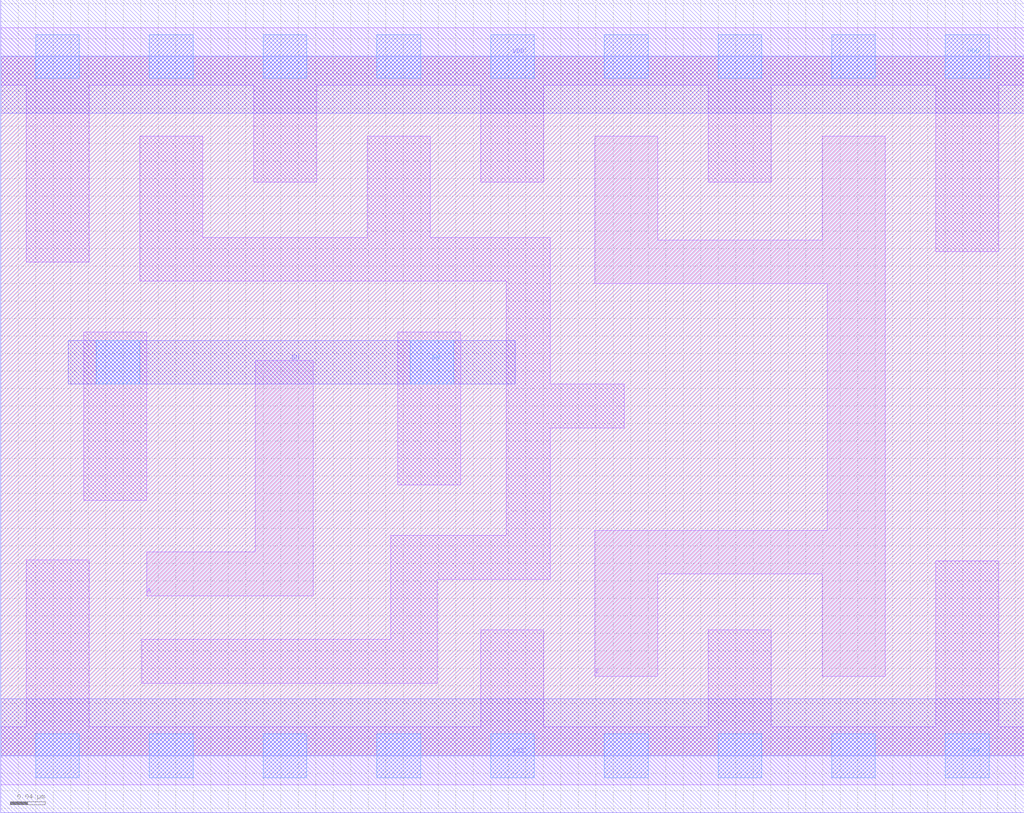
<source format=lef>
# 
# ******************************************************************************
# *                                                                            *
# *                   Copyright (C) 2004-2016, Nangate Inc.                    *
# *                           All rights reserved.                             *
# *                                                                            *
# * Nangate and the Nangate logo are trademarks of Nangate Inc.                *
# *                                                                            *
# * All trademarks, logos, software marks, and trade names (collectively the   *
# * "Marks") in this program are proprietary to Nangate or other respective    *
# * owners that have granted Nangate the right and license to use such Marks.  *
# * You are not permitted to use the Marks without the prior written consent   *
# * of Nangate or such third party that may own the Marks.                     *
# *                                                                            *
# * This file has been provided pursuant to a License Agreement containing     *
# * restrictions on its use. This file contains valuable trade secrets and     *
# * proprietary information of Nangate Inc., and is protected by U.S. and      *
# * international laws and/or treaties.                                        *
# *                                                                            *
# * The copyright notice(s) in this file does not indicate actual or intended  *
# * publication of this file.                                                  *
# *                                                                            *
# *       NGLibraryCreator, Development_version_64 - build 201509171155        *
# *                                                                            *
# ******************************************************************************
# 
# 
# Running on usdev01.nangate.us for user Guilherme Simoes Schlinker (gss).
# Local time is now Wed, 10 Feb 2016, 14:28:25.
# Main process id is 27110.

VERSION 5.6 ;
BUSBITCHARS "[]" ;
DIVIDERCHAR "/" ;

MACRO ISO_FENCE0N_X1_RVT_30
  CLASS core ;
  FOREIGN ISO_FENCE0N_X1_RVT_30 0.0 0.0 ;
  ORIGIN 0 0 ;
  SYMMETRY X Y ;
  SITE CellTemplate ;
  SIZE 0.52 BY 0.8 ;
  PIN A
    DIRECTION INPUT ;
    ANTENNAGATEAREA 0.00774 ;
    PORT
      LAYER M1 ;
        POLYGON 0.083 0.321 0.155 0.321 0.155 0.49 0.083 0.49  ;
    END
  END A
  PIN EN
    DIRECTION INPUT ;
    ANTENNAGATEAREA 0.00774 ;
    PORT
      LAYER M1 ;
        POLYGON 0.207 0.323 0.273 0.323 0.273 0.49 0.207 0.49  ;
    END
  END EN
  PIN Z
    DIRECTION OUTPUT ;
    ANTENNADIFFAREA 0.040248 ;
    PORT
      LAYER M1 ;
        POLYGON 0.411 0.634 0.43 0.634 0.43 0.489 0.445 0.489 0.445 0.312 0.43 0.312 0.43 0.154 0.419 0.154 0.419 0.091 0.495 0.091 0.495 0.709 0.411 0.709  ;
    END
  END Z
  PIN VDD
    DIRECTION INOUT ;
    USE power ;
    SHAPE ABUTMENT ;
    PORT
      LAYER M2 ;
        POLYGON 0 0.735 0.52 0.735 0.52 0.865 0 0.865  ;
      LAYER V1 ;
        POLYGON 0.04 0.775 0.09 0.775 0.09 0.825 0.04 0.825  ;
        POLYGON 0.17 0.775 0.22 0.775 0.22 0.825 0.17 0.825  ;
        POLYGON 0.3 0.775 0.35 0.775 0.35 0.825 0.3 0.825  ;
        POLYGON 0.43 0.775 0.48 0.775 0.48 0.825 0.43 0.825  ;
    END
  END VDD
  PIN VSS
    DIRECTION INOUT ;
    USE ground ;
    SHAPE ABUTMENT ;
    PORT
      LAYER M2 ;
        POLYGON 0 -0.065 0.52 -0.065 0.52 0.065 0 0.065  ;
      LAYER V1 ;
        POLYGON 0.04 -0.025 0.09 -0.025 0.09 0.025 0.04 0.025  ;
        POLYGON 0.17 -0.025 0.22 -0.025 0.22 0.025 0.17 0.025  ;
        POLYGON 0.3 -0.025 0.35 -0.025 0.35 0.025 0.3 0.025  ;
        POLYGON 0.43 -0.025 0.48 -0.025 0.48 0.025 0.43 0.025  ;
    END
  END VSS
  OBS
      LAYER RVT ;
        POLYGON 0 0 0.52 0 0.52 0.8 0 0.8 ;
      LAYER M1 ;
        POLYGON 0.159 0.548 0.323 0.548 0.323 0.263 0.04 0.263 0.04 0.091 0.115 0.091 0.115 0.199 0.373 0.199 0.373 0.348 0.395 0.348 0.395 0.452 0.373 0.452 0.373 0.598 0.231 0.598 0.231 0.709 0.159 0.709  ;
        POLYGON 0 -0.033 0.52 -0.033 0.52 0.033 0.361 0.033 0.361 0.126 0.289 0.126 0.289 0.033 0 0.033  ;
        POLYGON 0 0.767 0.029 0.767 0.029 0.578 0.101 0.578 0.101 0.767 0.289 0.767 0.289 0.656 0.361 0.656 0.361 0.767 0.52 0.767 0.52 0.833 0 0.833  ;
  END
END ISO_FENCE0N_X1_RVT_30

MACRO ISO_FENCE0N_X2_RVT_30
  CLASS core ;
  FOREIGN ISO_FENCE0N_X2_RVT_30 0.0 0.0 ;
  ORIGIN 0 0 ;
  SYMMETRY X Y ;
  SITE CellTemplate ;
  SIZE 0.65 BY 0.8 ;
  PIN A
    DIRECTION INPUT ;
    ANTENNAGATEAREA 0.01548 ;
    PORT
      LAYER M1 ;
        POLYGON 0.083 0.321 0.155 0.321 0.155 0.483 0.083 0.483  ;
    END
  END A
  PIN EN
    DIRECTION INPUT ;
    ANTENNAGATEAREA 0.01548 ;
    PORT
      LAYER M1 ;
        POLYGON 0.207 0.321 0.273 0.321 0.273 0.483 0.207 0.483  ;
    END
  END EN
  PIN Z
    DIRECTION OUTPUT ;
    ANTENNADIFFAREA 0.0516 ;
    PORT
      LAYER M1 ;
        POLYGON 0.423 0.475 0.556 0.475 0.556 0.269 0.423 0.269 0.423 0.091 0.489 0.091 0.489 0.219 0.606 0.219 0.606 0.525 0.489 0.525 0.489 0.709 0.423 0.709  ;
    END
  END Z
  PIN VDD
    DIRECTION INOUT ;
    USE power ;
    SHAPE ABUTMENT ;
    PORT
      LAYER M2 ;
        POLYGON 0 0.735 0.65 0.735 0.65 0.865 0 0.865  ;
      LAYER V1 ;
        POLYGON 0.04 0.775 0.09 0.775 0.09 0.825 0.04 0.825  ;
        POLYGON 0.17 0.775 0.22 0.775 0.22 0.825 0.17 0.825  ;
        POLYGON 0.3 0.775 0.35 0.775 0.35 0.825 0.3 0.825  ;
        POLYGON 0.43 0.775 0.48 0.775 0.48 0.825 0.43 0.825  ;
        POLYGON 0.56 0.775 0.61 0.775 0.61 0.825 0.56 0.825  ;
    END
  END VDD
  PIN VSS
    DIRECTION INOUT ;
    USE ground ;
    SHAPE ABUTMENT ;
    PORT
      LAYER M2 ;
        POLYGON 0 -0.065 0.65 -0.065 0.65 0.065 0 0.065  ;
      LAYER V1 ;
        POLYGON 0.04 -0.025 0.09 -0.025 0.09 0.025 0.04 0.025  ;
        POLYGON 0.17 -0.025 0.22 -0.025 0.22 0.025 0.17 0.025  ;
        POLYGON 0.3 -0.025 0.35 -0.025 0.35 0.025 0.3 0.025  ;
        POLYGON 0.43 -0.025 0.48 -0.025 0.48 0.025 0.43 0.025  ;
        POLYGON 0.56 -0.025 0.61 -0.025 0.61 0.025 0.56 0.025  ;
    END
  END VSS
  OBS
      LAYER RVT ;
        POLYGON 0 0 0.65 0 0.65 0.8 0 0.8 ;
      LAYER M1 ;
        POLYGON 0.159 0.541 0.323 0.541 0.323 0.263 0.04 0.263 0.04 0.091 0.115 0.091 0.115 0.202 0.373 0.202 0.373 0.375 0.458 0.375 0.458 0.425 0.373 0.425 0.373 0.592 0.231 0.592 0.231 0.709 0.159 0.709  ;
        POLYGON 0 -0.033 0.65 -0.033 0.65 0.033 0.621 0.033 0.621 0.161 0.549 0.161 0.549 0.033 0.361 0.033 0.361 0.127 0.289 0.127 0.289 0.033 0 0.033  ;
        POLYGON 0 0.767 0.029 0.767 0.029 0.545 0.101 0.545 0.101 0.767 0.289 0.767 0.289 0.656 0.361 0.656 0.361 0.767 0.549 0.767 0.549 0.639 0.621 0.639 0.621 0.767 0.65 0.767 0.65 0.833 0 0.833  ;
  END
END ISO_FENCE0N_X2_RVT_30

MACRO ISO_FENCE0N_X4_RVT_30
  CLASS core ;
  FOREIGN ISO_FENCE0N_X4_RVT_30 0.0 0.0 ;
  ORIGIN 0 0 ;
  SYMMETRY X Y ;
  SITE CellTemplate ;
  SIZE 1.17 BY 0.8 ;
  PIN A
    DIRECTION INPUT ;
    ANTENNAGATEAREA 0.03096 ;
    PORT
      LAYER M1 ;
        POLYGON 0.167 0.183 0.357 0.183 0.357 0.452 0.291 0.452 0.291 0.233 0.167 0.233  ;
    END
  END A
  PIN EN
    DIRECTION INPUT ;
    ANTENNAGATEAREA 0.03096 ;
    PORT
      LAYER M2 ;
        POLYGON 0.077 0.425 0.588 0.425 0.588 0.475 0.077 0.475  ;
      LAYER V1 ;
        POLYGON 0.109 0.425 0.159 0.425 0.159 0.475 0.109 0.475  ;
        POLYGON 0.468 0.425 0.518 0.425 0.518 0.475 0.468 0.475  ;
    END
  END EN
  PIN Z
    DIRECTION OUTPUT ;
    ANTENNADIFFAREA 0.1032 ;
    PORT
      LAYER M1 ;
        POLYGON 0.679 0.54 0.945 0.54 0.945 0.258 0.679 0.258 0.679 0.091 0.751 0.091 0.751 0.208 0.939 0.208 0.939 0.091 1.011 0.091 1.011 0.709 0.939 0.709 0.939 0.59 0.751 0.59 0.751 0.709 0.679 0.709  ;
    END
  END Z
  PIN VDD
    DIRECTION INOUT ;
    USE power ;
    SHAPE ABUTMENT ;
    PORT
      LAYER M2 ;
        POLYGON 0 0.735 1.17 0.735 1.17 0.865 0 0.865  ;
      LAYER V1 ;
        POLYGON 0.04 0.775 0.09 0.775 0.09 0.825 0.04 0.825  ;
        POLYGON 0.17 0.775 0.22 0.775 0.22 0.825 0.17 0.825  ;
        POLYGON 0.3 0.775 0.35 0.775 0.35 0.825 0.3 0.825  ;
        POLYGON 0.43 0.775 0.48 0.775 0.48 0.825 0.43 0.825  ;
        POLYGON 0.56 0.775 0.61 0.775 0.61 0.825 0.56 0.825  ;
        POLYGON 0.69 0.775 0.74 0.775 0.74 0.825 0.69 0.825  ;
        POLYGON 0.82 0.775 0.87 0.775 0.87 0.825 0.82 0.825  ;
        POLYGON 0.95 0.775 1 0.775 1 0.825 0.95 0.825  ;
        POLYGON 1.08 0.775 1.13 0.775 1.13 0.825 1.08 0.825  ;
    END
  END VDD
  PIN VSS
    DIRECTION INOUT ;
    USE ground ;
    SHAPE ABUTMENT ;
    PORT
      LAYER M2 ;
        POLYGON 0 -0.065 1.17 -0.065 1.17 0.065 0 0.065  ;
      LAYER V1 ;
        POLYGON 0.04 -0.025 0.09 -0.025 0.09 0.025 0.04 0.025  ;
        POLYGON 0.17 -0.025 0.22 -0.025 0.22 0.025 0.17 0.025  ;
        POLYGON 0.3 -0.025 0.35 -0.025 0.35 0.025 0.3 0.025  ;
        POLYGON 0.43 -0.025 0.48 -0.025 0.48 0.025 0.43 0.025  ;
        POLYGON 0.56 -0.025 0.61 -0.025 0.61 0.025 0.56 0.025  ;
        POLYGON 0.69 -0.025 0.74 -0.025 0.74 0.025 0.69 0.025  ;
        POLYGON 0.82 -0.025 0.87 -0.025 0.87 0.025 0.82 0.025  ;
        POLYGON 0.95 -0.025 1 -0.025 1 0.025 0.95 0.025  ;
        POLYGON 1.08 -0.025 1.13 -0.025 1.13 0.025 1.08 0.025  ;
    END
  END VSS
  OBS
      LAYER RVT ;
        POLYGON 0 0 1.17 0 1.17 0.8 0 0.8 ;
      LAYER M1 ;
        POLYGON 0.159 0.543 0.578 0.543 0.578 0.252 0.446 0.252 0.446 0.133 0.161 0.133 0.161 0.083 0.499 0.083 0.499 0.202 0.628 0.202 0.628 0.375 0.713 0.375 0.713 0.425 0.628 0.425 0.628 0.593 0.491 0.593 0.491 0.709 0.419 0.709 0.419 0.593 0.231 0.593 0.231 0.709 0.159 0.709  ;
        POLYGON 0.095 0.292 0.167 0.292 0.167 0.485 0.095 0.485  ;
        POLYGON 0.454 0.31 0.526 0.31 0.526 0.485 0.454 0.485  ;
        POLYGON 0 -0.033 1.17 -0.033 1.17 0.033 1.141 0.033 1.141 0.223 1.069 0.223 1.069 0.033 0.881 0.033 0.881 0.144 0.809 0.144 0.809 0.033 0.621 0.033 0.621 0.144 0.549 0.144 0.549 0.033 0.101 0.033 0.101 0.224 0.029 0.224 0.029 0.033 0 0.033  ;
        POLYGON 0 0.767 0.029 0.767 0.029 0.565 0.101 0.565 0.101 0.767 0.289 0.767 0.289 0.656 0.361 0.656 0.361 0.767 0.549 0.767 0.549 0.656 0.621 0.656 0.621 0.767 0.809 0.767 0.809 0.656 0.881 0.656 0.881 0.767 1.069 0.767 1.069 0.577 1.141 0.577 1.141 0.767 1.17 0.767 1.17 0.833 0 0.833  ;
  END
END ISO_FENCE0N_X4_RVT_30

MACRO ISO_FENCE0_X1_RVT_30
  CLASS core ;
  FOREIGN ISO_FENCE0_X1_RVT_30 0.0 0.0 ;
  ORIGIN 0 0 ;
  SYMMETRY X ;
  SITE CellTemplate ;
  SIZE 0.39 BY 0.8 ;
  PIN A
    DIRECTION INPUT ;
    ANTENNAGATEAREA 0.01392 ;
    PORT
      LAYER M1 ;
        POLYGON 0.184 0.348 0.265 0.348 0.265 0.452 0.25 0.452 0.25 0.587 0.184 0.587  ;
    END
  END A
  PIN EN
    DIRECTION INPUT ;
    ANTENNAGATEAREA 0.01392 ;
    PORT
      LAYER M1 ;
        POLYGON 0.059 0.348 0.134 0.348 0.134 0.452 0.125 0.452 0.125 0.584 0.059 0.584  ;
    END
  END EN
  PIN Z
    DIRECTION OUTPUT ;
    ANTENNADIFFAREA 0.040724 ;
    PORT
      LAYER M1 ;
        POLYGON 0.26 0.651 0.3 0.651 0.3 0.488 0.315 0.488 0.315 0.258 0.159 0.258 0.159 0.091 0.231 0.091 0.231 0.208 0.365 0.208 0.365 0.717 0.26 0.717  ;
    END
  END Z
  PIN VDD
    DIRECTION INOUT ;
    USE power ;
    SHAPE ABUTMENT ;
    PORT
      LAYER M2 ;
        POLYGON 0 0.735 0.39 0.735 0.39 0.865 0 0.865  ;
      LAYER V1 ;
        POLYGON 0.04 0.775 0.09 0.775 0.09 0.825 0.04 0.825  ;
        POLYGON 0.17 0.775 0.22 0.775 0.22 0.825 0.17 0.825  ;
        POLYGON 0.3 0.775 0.35 0.775 0.35 0.825 0.3 0.825  ;
    END
  END VDD
  PIN VSS
    DIRECTION INOUT ;
    USE ground ;
    SHAPE ABUTMENT ;
    PORT
      LAYER M2 ;
        POLYGON 0 -0.065 0.39 -0.065 0.39 0.065 0 0.065  ;
      LAYER V1 ;
        POLYGON 0.04 -0.025 0.09 -0.025 0.09 0.025 0.04 0.025  ;
        POLYGON 0.17 -0.025 0.22 -0.025 0.22 0.025 0.17 0.025  ;
        POLYGON 0.3 -0.025 0.35 -0.025 0.35 0.025 0.3 0.025  ;
    END
  END VSS
  OBS
      LAYER RVT ;
        POLYGON 0 0 0.39 0 0.39 0.8 0 0.8 ;
      LAYER M1 ;
        POLYGON 0 -0.033 0.39 -0.033 0.39 0.033 0.361 0.033 0.361 0.15 0.289 0.15 0.289 0.033 0.101 0.033 0.101 0.223 0.029 0.223 0.029 0.033 0 0.033  ;
        POLYGON 0 0.767 0.029 0.767 0.029 0.646 0.101 0.646 0.101 0.767 0.39 0.767 0.39 0.833 0 0.833  ;
  END
END ISO_FENCE0_X1_RVT_30

MACRO ISO_FENCE0_X2_RVT_30
  CLASS core ;
  FOREIGN ISO_FENCE0_X2_RVT_30 0.0 0.0 ;
  ORIGIN 0 0 ;
  SYMMETRY X Y ;
  SITE CellTemplate ;
  SIZE 0.65 BY 0.8 ;
  PIN A
    DIRECTION INPUT ;
    ANTENNAGATEAREA 0.02784 ;
    PORT
      LAYER M1 ;
        POLYGON 0.177 0.508 0.219 0.508 0.219 0.395 0.335 0.395 0.335 0.445 0.276 0.445 0.276 0.558 0.227 0.558 0.227 0.707 0.177 0.707  ;
    END
  END A
  PIN EN
    DIRECTION INPUT ;
    ANTENNAGATEAREA 0.02784 ;
    PORT
      LAYER M1 ;
        POLYGON 0.055 0.368 0.11 0.368 0.11 0.295 0.499 0.295 0.499 0.348 0.525 0.348 0.525 0.452 0.449 0.452 0.449 0.345 0.169 0.345 0.169 0.434 0.127 0.434 0.127 0.517 0.055 0.517  ;
    END
  END EN
  PIN Z
    DIRECTION OUTPUT ;
    ANTENNADIFFAREA 0.067 ;
    PORT
      LAYER M1 ;
        POLYGON 0.289 0.622 0.419 0.622 0.419 0.543 0.575 0.543 0.575 0.245 0.159 0.245 0.159 0.187 0.625 0.187 0.625 0.593 0.485 0.593 0.485 0.678 0.361 0.678 0.361 0.717 0.289 0.717  ;
    END
  END Z
  PIN VDD
    DIRECTION INOUT ;
    USE power ;
    SHAPE ABUTMENT ;
    PORT
      LAYER M2 ;
        POLYGON 0 0.735 0.65 0.735 0.65 0.865 0 0.865  ;
      LAYER V1 ;
        POLYGON 0.04 0.775 0.09 0.775 0.09 0.825 0.04 0.825  ;
        POLYGON 0.17 0.775 0.22 0.775 0.22 0.825 0.17 0.825  ;
        POLYGON 0.3 0.775 0.35 0.775 0.35 0.825 0.3 0.825  ;
        POLYGON 0.43 0.775 0.48 0.775 0.48 0.825 0.43 0.825  ;
        POLYGON 0.56 0.775 0.61 0.775 0.61 0.825 0.56 0.825  ;
    END
  END VDD
  PIN VSS
    DIRECTION INOUT ;
    USE ground ;
    SHAPE ABUTMENT ;
    PORT
      LAYER M2 ;
        POLYGON 0 -0.065 0.65 -0.065 0.65 0.065 0 0.065  ;
      LAYER V1 ;
        POLYGON 0.04 -0.025 0.09 -0.025 0.09 0.025 0.04 0.025  ;
        POLYGON 0.17 -0.025 0.22 -0.025 0.22 0.025 0.17 0.025  ;
        POLYGON 0.3 -0.025 0.35 -0.025 0.35 0.025 0.3 0.025  ;
        POLYGON 0.43 -0.025 0.48 -0.025 0.48 0.025 0.43 0.025  ;
        POLYGON 0.56 -0.025 0.61 -0.025 0.61 0.025 0.56 0.025  ;
    END
  END VSS
  OBS
      LAYER RVT ;
        POLYGON 0 0 0.65 0 0.65 0.8 0 0.8 ;
      LAYER M1 ;
        POLYGON 0.421 0.087 0.549 0.087 0.549 0.033 0.361 0.033 0.361 0.125 0.289 0.125 0.289 0.033 0.101 0.033 0.101 0.237 0.029 0.237 0.029 0.033 0 0.033 0 -0.033 0.65 -0.033 0.65 0.033 0.621 0.033 0.621 0.137 0.421 0.137  ;
        POLYGON 0 0.767 0.029 0.767 0.029 0.581 0.101 0.581 0.101 0.767 0.549 0.767 0.549 0.651 0.621 0.651 0.621 0.767 0.65 0.767 0.65 0.833 0 0.833  ;
  END
END ISO_FENCE0_X2_RVT_30

MACRO ISO_FENCE0_X4_RVT_30
  CLASS core ;
  FOREIGN ISO_FENCE0_X4_RVT_30 0.0 0.0 ;
  ORIGIN 0 0 ;
  SYMMETRY X Y ;
  SITE CellTemplate ;
  SIZE 1.17 BY 0.8 ;
  PIN A
    DIRECTION INPUT ;
    ANTENNAGATEAREA 0.05568 ;
    PORT
      LAYER M1 ;
        POLYGON 0.284 0.395 0.454 0.395 0.454 0.464 0.729 0.464 0.729 0.395 0.883 0.395 0.883 0.464 0.779 0.464 0.779 0.514 0.388 0.514 0.388 0.464 0.284 0.464  ;
    END
  END A
  PIN EN
    DIRECTION INPUT ;
    ANTENNAGATEAREA 0.05568 ;
    PORT
      LAYER M1 ;
        POLYGON 0.083 0.295 1.019 0.295 1.019 0.348 1.045 0.348 1.045 0.452 0.969 0.452 0.969 0.345 0.679 0.345 0.679 0.406 0.621 0.406 0.621 0.345 0.155 0.345 0.155 0.515 0.083 0.515  ;
    END
  END EN
  PIN Z
    DIRECTION OUTPUT ;
    ANTENNADIFFAREA 0.134 ;
    PORT
      LAYER M1 ;
        POLYGON 0.287 0.567 0.363 0.567 0.363 0.667 0.449 0.667 0.449 0.567 0.729 0.567 0.729 0.667 0.816 0.667 0.816 0.556 0.874 0.556 0.874 0.667 0.924 0.667 0.924 0.536 1.095 0.536 1.095 0.245 0.159 0.245 0.159 0.091 0.231 0.091 0.231 0.191 0.419 0.191 0.419 0.091 0.491 0.091 0.491 0.191 0.679 0.191 0.679 0.091 0.751 0.091 0.751 0.191 0.939 0.191 0.939 0.091 1.011 0.091 1.011 0.195 1.145 0.195 1.145 0.586 0.974 0.586 0.974 0.717 0.679 0.717 0.679 0.617 0.499 0.617 0.499 0.717 0.287 0.717  ;
    END
  END Z
  PIN VDD
    DIRECTION INOUT ;
    USE power ;
    SHAPE ABUTMENT ;
    PORT
      LAYER M2 ;
        POLYGON 0 0.735 1.17 0.735 1.17 0.865 0 0.865  ;
      LAYER V1 ;
        POLYGON 0.04 0.775 0.09 0.775 0.09 0.825 0.04 0.825  ;
        POLYGON 0.17 0.775 0.22 0.775 0.22 0.825 0.17 0.825  ;
        POLYGON 0.3 0.775 0.35 0.775 0.35 0.825 0.3 0.825  ;
        POLYGON 0.43 0.775 0.48 0.775 0.48 0.825 0.43 0.825  ;
        POLYGON 0.56 0.775 0.61 0.775 0.61 0.825 0.56 0.825  ;
        POLYGON 0.69 0.775 0.74 0.775 0.74 0.825 0.69 0.825  ;
        POLYGON 0.82 0.775 0.87 0.775 0.87 0.825 0.82 0.825  ;
        POLYGON 0.95 0.775 1 0.775 1 0.825 0.95 0.825  ;
        POLYGON 1.08 0.775 1.13 0.775 1.13 0.825 1.08 0.825  ;
    END
  END VDD
  PIN VSS
    DIRECTION INOUT ;
    USE ground ;
    SHAPE ABUTMENT ;
    PORT
      LAYER M2 ;
        POLYGON 0 -0.065 1.17 -0.065 1.17 0.065 0 0.065  ;
      LAYER V1 ;
        POLYGON 0.04 -0.025 0.09 -0.025 0.09 0.025 0.04 0.025  ;
        POLYGON 0.17 -0.025 0.22 -0.025 0.22 0.025 0.17 0.025  ;
        POLYGON 0.3 -0.025 0.35 -0.025 0.35 0.025 0.3 0.025  ;
        POLYGON 0.43 -0.025 0.48 -0.025 0.48 0.025 0.43 0.025  ;
        POLYGON 0.56 -0.025 0.61 -0.025 0.61 0.025 0.56 0.025  ;
        POLYGON 0.69 -0.025 0.74 -0.025 0.74 0.025 0.69 0.025  ;
        POLYGON 0.82 -0.025 0.87 -0.025 0.87 0.025 0.82 0.025  ;
        POLYGON 0.95 -0.025 1 -0.025 1 0.025 0.95 0.025  ;
        POLYGON 1.08 -0.025 1.13 -0.025 1.13 0.025 1.08 0.025  ;
    END
  END VSS
  OBS
      LAYER RVT ;
        POLYGON 0 0 1.17 0 1.17 0.8 0 0.8 ;
      LAYER M1 ;
        POLYGON 0 -0.033 1.17 -0.033 1.17 0.033 1.141 0.033 1.141 0.137 1.069 0.137 1.069 0.033 0.881 0.033 0.881 0.133 0.809 0.133 0.809 0.033 0.621 0.033 0.621 0.133 0.549 0.133 0.549 0.033 0.361 0.033 0.361 0.133 0.289 0.133 0.289 0.033 0.101 0.033 0.101 0.237 0.029 0.237 0.029 0.033 0 0.033  ;
        POLYGON 0 0.767 0.029 0.767 0.029 0.58 0.101 0.58 0.101 0.767 0.549 0.767 0.549 0.675 0.621 0.675 0.621 0.767 1.069 0.767 1.069 0.644 1.141 0.644 1.141 0.767 1.17 0.767 1.17 0.833 0 0.833  ;
  END
END ISO_FENCE0_X4_RVT_30

MACRO ISO_FENCE1N_X1_RVT_30
  CLASS core ;
  FOREIGN ISO_FENCE1N_X1_RVT_30 0.0 0.0 ;
  ORIGIN 0 0 ;
  SYMMETRY X ;
  SITE CellTemplate ;
  SIZE 0.39 BY 0.8 ;
  PIN A
    DIRECTION INPUT ;
    ANTENNAGATEAREA 0.0147 ;
    PORT
      LAYER M1 ;
        POLYGON 0.193 0.213 0.249 0.213 0.249 0.348 0.265 0.348 0.265 0.452 0.193 0.452  ;
    END
  END A
  PIN EN
    DIRECTION INPUT ;
    ANTENNAGATEAREA 0.01509 ;
    PORT
      LAYER M1 ;
        POLYGON 0.071 0.291 0.143 0.291 0.143 0.498 0.071 0.498  ;
    END
  END EN
  PIN Z
    DIRECTION OUTPUT ;
    ANTENNADIFFAREA 0.04361 ;
    PORT
      LAYER M1 ;
        POLYGON 0.159 0.555 0.315 0.555 0.315 0.276 0.3 0.276 0.3 0.141 0.251 0.141 0.251 0.083 0.365 0.083 0.365 0.613 0.159 0.613  ;
    END
  END Z
  PIN VDD
    DIRECTION INOUT ;
    USE power ;
    SHAPE ABUTMENT ;
    PORT
      LAYER M2 ;
        POLYGON 0 0.735 0.39 0.735 0.39 0.865 0 0.865  ;
      LAYER V1 ;
        POLYGON 0.04 0.775 0.09 0.775 0.09 0.825 0.04 0.825  ;
        POLYGON 0.17 0.775 0.22 0.775 0.22 0.825 0.17 0.825  ;
        POLYGON 0.3 0.775 0.35 0.775 0.35 0.825 0.3 0.825  ;
    END
  END VDD
  PIN VSS
    DIRECTION INOUT ;
    USE ground ;
    SHAPE ABUTMENT ;
    PORT
      LAYER M2 ;
        POLYGON 0 -0.065 0.39 -0.065 0.39 0.065 0 0.065  ;
      LAYER V1 ;
        POLYGON 0.04 -0.025 0.09 -0.025 0.09 0.025 0.04 0.025  ;
        POLYGON 0.17 -0.025 0.22 -0.025 0.22 0.025 0.17 0.025  ;
        POLYGON 0.3 -0.025 0.35 -0.025 0.35 0.025 0.3 0.025  ;
    END
  END VSS
  OBS
      LAYER RVT ;
        POLYGON 0 0 0.39 0 0.39 0.8 0 0.8 ;
      LAYER M1 ;
        POLYGON 0 -0.033 0.39 -0.033 0.39 0.033 0.101 0.033 0.101 0.216 0.029 0.216 0.029 0.033 0 0.033  ;
        POLYGON 0 0.767 0.029 0.767 0.029 0.584 0.101 0.584 0.101 0.767 0.289 0.767 0.289 0.713 0.2 0.713 0.2 0.663 0.361 0.663 0.361 0.767 0.39 0.767 0.39 0.833 0 0.833  ;
  END
END ISO_FENCE1N_X1_RVT_30

MACRO ISO_FENCE1N_X2_RVT_30
  CLASS core ;
  FOREIGN ISO_FENCE1N_X2_RVT_30 0.0 0.0 ;
  ORIGIN 0 0 ;
  SYMMETRY X Y ;
  SITE CellTemplate ;
  SIZE 0.65 BY 0.8 ;
  PIN A
    DIRECTION INPUT ;
    ANTENNAGATEAREA 0.0294 ;
    PORT
      LAYER M1 ;
        POLYGON 0.173 0.091 0.239 0.091 0.239 0.282 0.255 0.282 0.255 0.354 0.359 0.354 0.359 0.405 0.205 0.405 0.205 0.332 0.189 0.332 0.189 0.21 0.173 0.21  ;
    END
  END A
  PIN EN
    DIRECTION INPUT ;
    ANTENNAGATEAREA 0.03018 ;
    PORT
      LAYER M1 ;
        POLYGON 0.08 0.377 0.155 0.377 0.155 0.455 0.449 0.455 0.449 0.348 0.525 0.348 0.525 0.452 0.499 0.452 0.499 0.505 0.08 0.505  ;
    END
  END EN
  PIN Z
    DIRECTION OUTPUT ;
    ANTENNADIFFAREA 0.0735 ;
    PORT
      LAYER M1 ;
        POLYGON 0.159 0.555 0.575 0.555 0.575 0.245 0.289 0.245 0.289 0.091 0.361 0.091 0.361 0.195 0.625 0.195 0.625 0.613 0.159 0.613  ;
    END
  END Z
  PIN VDD
    DIRECTION INOUT ;
    USE power ;
    SHAPE ABUTMENT ;
    PORT
      LAYER M2 ;
        POLYGON 0 0.735 0.65 0.735 0.65 0.865 0 0.865  ;
      LAYER V1 ;
        POLYGON 0.04 0.775 0.09 0.775 0.09 0.825 0.04 0.825  ;
        POLYGON 0.17 0.775 0.22 0.775 0.22 0.825 0.17 0.825  ;
        POLYGON 0.3 0.775 0.35 0.775 0.35 0.825 0.3 0.825  ;
        POLYGON 0.43 0.775 0.48 0.775 0.48 0.825 0.43 0.825  ;
        POLYGON 0.56 0.775 0.61 0.775 0.61 0.825 0.56 0.825  ;
    END
  END VDD
  PIN VSS
    DIRECTION INOUT ;
    USE ground ;
    SHAPE ABUTMENT ;
    PORT
      LAYER M2 ;
        POLYGON 0 -0.065 0.65 -0.065 0.65 0.065 0 0.065  ;
      LAYER V1 ;
        POLYGON 0.04 -0.025 0.09 -0.025 0.09 0.025 0.04 0.025  ;
        POLYGON 0.17 -0.025 0.22 -0.025 0.22 0.025 0.17 0.025  ;
        POLYGON 0.3 -0.025 0.35 -0.025 0.35 0.025 0.3 0.025  ;
        POLYGON 0.43 -0.025 0.48 -0.025 0.48 0.025 0.43 0.025  ;
        POLYGON 0.56 -0.025 0.61 -0.025 0.61 0.025 0.56 0.025  ;
    END
  END VSS
  OBS
      LAYER RVT ;
        POLYGON 0 0 0.65 0 0.65 0.8 0 0.8 ;
      LAYER M1 ;
        POLYGON 0 -0.033 0.65 -0.033 0.65 0.033 0.621 0.033 0.621 0.137 0.549 0.137 0.549 0.033 0.101 0.033 0.101 0.298 0.029 0.298 0.029 0.033 0 0.033  ;
        POLYGON 0 0.767 0.029 0.767 0.029 0.563 0.101 0.563 0.101 0.767 0.289 0.767 0.289 0.675 0.361 0.675 0.361 0.767 0.549 0.767 0.549 0.713 0.421 0.713 0.421 0.663 0.621 0.663 0.621 0.767 0.65 0.767 0.65 0.833 0 0.833  ;
  END
END ISO_FENCE1N_X2_RVT_30

MACRO ISO_FENCE1N_X4_RVT_30
  CLASS core ;
  FOREIGN ISO_FENCE1N_X4_RVT_30 0.0 0.0 ;
  ORIGIN 0 0 ;
  SYMMETRY X Y ;
  SITE CellTemplate ;
  SIZE 1.17 BY 0.8 ;
  PIN A
    DIRECTION INPUT ;
    ANTENNAGATEAREA 0.0588 ;
    PORT
      LAYER M1 ;
        POLYGON 0.213 0.333 0.329 0.333 0.329 0.193 0.379 0.193 0.379 0.283 0.816 0.283 0.816 0.333 0.884 0.333 0.884 0.405 0.744 0.405 0.744 0.333 0.426 0.333 0.426 0.405 0.213 0.405  ;
    END
  END A
  PIN EN
    DIRECTION INPUT ;
    ANTENNAGATEAREA 0.06036 ;
    PORT
      LAYER M1 ;
        POLYGON 0.089 0.302 0.155 0.302 0.155 0.455 0.479 0.455 0.479 0.383 0.694 0.383 0.694 0.455 0.969 0.455 0.969 0.348 1.045 0.348 1.045 0.452 1.019 0.452 1.019 0.505 0.644 0.505 0.644 0.444 0.529 0.444 0.529 0.505 0.089 0.505  ;
    END
  END EN
  PIN Z
    DIRECTION OUTPUT ;
    ANTENNADIFFAREA 0.147 ;
    PORT
      LAYER M1 ;
        POLYGON 0.159 0.555 1.095 0.555 1.095 0.258 0.89 0.258 0.89 0.133 0.744 0.133 0.744 0.233 0.429 0.233 0.429 0.133 0.161 0.133 0.161 0.083 0.479 0.083 0.479 0.183 0.694 0.183 0.694 0.083 0.94 0.083 0.94 0.208 1.145 0.208 1.145 0.605 1.011 0.605 1.011 0.709 0.939 0.709 0.939 0.609 0.751 0.609 0.751 0.709 0.679 0.709 0.679 0.609 0.491 0.609 0.491 0.709 0.419 0.709 0.419 0.609 0.231 0.609 0.231 0.709 0.159 0.709  ;
    END
  END Z
  PIN VDD
    DIRECTION INOUT ;
    USE power ;
    SHAPE ABUTMENT ;
    PORT
      LAYER M2 ;
        POLYGON 0 0.735 1.17 0.735 1.17 0.865 0 0.865  ;
      LAYER V1 ;
        POLYGON 0.04 0.775 0.09 0.775 0.09 0.825 0.04 0.825  ;
        POLYGON 0.17 0.775 0.22 0.775 0.22 0.825 0.17 0.825  ;
        POLYGON 0.3 0.775 0.35 0.775 0.35 0.825 0.3 0.825  ;
        POLYGON 0.43 0.775 0.48 0.775 0.48 0.825 0.43 0.825  ;
        POLYGON 0.56 0.775 0.61 0.775 0.61 0.825 0.56 0.825  ;
        POLYGON 0.69 0.775 0.74 0.775 0.74 0.825 0.69 0.825  ;
        POLYGON 0.82 0.775 0.87 0.775 0.87 0.825 0.82 0.825  ;
        POLYGON 0.95 0.775 1 0.775 1 0.825 0.95 0.825  ;
        POLYGON 1.08 0.775 1.13 0.775 1.13 0.825 1.08 0.825  ;
    END
  END VDD
  PIN VSS
    DIRECTION INOUT ;
    USE ground ;
    SHAPE ABUTMENT ;
    PORT
      LAYER M2 ;
        POLYGON 0 -0.065 1.17 -0.065 1.17 0.065 0 0.065  ;
      LAYER V1 ;
        POLYGON 0.04 -0.025 0.09 -0.025 0.09 0.025 0.04 0.025  ;
        POLYGON 0.17 -0.025 0.22 -0.025 0.22 0.025 0.17 0.025  ;
        POLYGON 0.3 -0.025 0.35 -0.025 0.35 0.025 0.3 0.025  ;
        POLYGON 0.43 -0.025 0.48 -0.025 0.48 0.025 0.43 0.025  ;
        POLYGON 0.56 -0.025 0.61 -0.025 0.61 0.025 0.56 0.025  ;
        POLYGON 0.69 -0.025 0.74 -0.025 0.74 0.025 0.69 0.025  ;
        POLYGON 0.82 -0.025 0.87 -0.025 0.87 0.025 0.82 0.025  ;
        POLYGON 0.95 -0.025 1 -0.025 1 0.025 0.95 0.025  ;
        POLYGON 1.08 -0.025 1.13 -0.025 1.13 0.025 1.08 0.025  ;
    END
  END VSS
  OBS
      LAYER RVT ;
        POLYGON 0 0 1.17 0 1.17 0.8 0 0.8 ;
      LAYER M1 ;
        POLYGON 0 -0.033 1.17 -0.033 1.17 0.033 1.141 0.033 1.141 0.15 1.069 0.15 1.069 0.033 0.621 0.033 0.621 0.125 0.549 0.125 0.549 0.033 0.101 0.033 0.101 0.24 0.029 0.24 0.029 0.033 0 0.033  ;
        POLYGON 0 0.767 0.029 0.767 0.029 0.563 0.101 0.563 0.101 0.767 0.289 0.767 0.289 0.667 0.361 0.667 0.361 0.767 0.549 0.767 0.549 0.667 0.621 0.667 0.621 0.767 0.809 0.767 0.809 0.667 0.881 0.667 0.881 0.767 1.069 0.767 1.069 0.663 1.141 0.663 1.141 0.767 1.17 0.767 1.17 0.833 0 0.833  ;
  END
END ISO_FENCE1N_X4_RVT_30

MACRO ISO_FENCE1_X1_RVT_30
  CLASS core ;
  FOREIGN ISO_FENCE1_X1_RVT_30 0.0 0.0 ;
  ORIGIN 0 0 ;
  SYMMETRY X Y ;
  SITE CellTemplate ;
  SIZE 0.52 BY 0.8 ;
  PIN A
    DIRECTION INPUT ;
    ANTENNAGATEAREA 0.00774 ;
    PORT
      LAYER M1 ;
        POLYGON 0.083 0.313 0.155 0.313 0.155 0.465 0.083 0.465  ;
    END
  END A
  PIN EN
    DIRECTION INPUT ;
    ANTENNAGATEAREA 0.00774 ;
    PORT
      LAYER M1 ;
        POLYGON 0.207 0.313 0.273 0.313 0.273 0.465 0.207 0.465  ;
    END
  END EN
  PIN Z
    DIRECTION OUTPUT ;
    ANTENNADIFFAREA 0.040248 ;
    PORT
      LAYER M1 ;
        POLYGON 0.419 0.612 0.43 0.612 0.43 0.488 0.445 0.488 0.445 0.301 0.43 0.301 0.43 0.166 0.411 0.166 0.411 0.091 0.495 0.091 0.495 0.709 0.419 0.709  ;
    END
  END Z
  PIN VDD
    DIRECTION INOUT ;
    USE power ;
    SHAPE ABUTMENT ;
    PORT
      LAYER M2 ;
        POLYGON 0 0.735 0.52 0.735 0.52 0.865 0 0.865  ;
      LAYER V1 ;
        POLYGON 0.04 0.775 0.09 0.775 0.09 0.825 0.04 0.825  ;
        POLYGON 0.17 0.775 0.22 0.775 0.22 0.825 0.17 0.825  ;
        POLYGON 0.3 0.775 0.35 0.775 0.35 0.825 0.3 0.825  ;
        POLYGON 0.43 0.775 0.48 0.775 0.48 0.825 0.43 0.825  ;
    END
  END VDD
  PIN VSS
    DIRECTION INOUT ;
    USE ground ;
    SHAPE ABUTMENT ;
    PORT
      LAYER M2 ;
        POLYGON 0 -0.065 0.52 -0.065 0.52 0.065 0 0.065  ;
      LAYER V1 ;
        POLYGON 0.04 -0.025 0.09 -0.025 0.09 0.025 0.04 0.025  ;
        POLYGON 0.17 -0.025 0.22 -0.025 0.22 0.025 0.17 0.025  ;
        POLYGON 0.3 -0.025 0.35 -0.025 0.35 0.025 0.3 0.025  ;
        POLYGON 0.43 -0.025 0.48 -0.025 0.48 0.025 0.43 0.025  ;
    END
  END VSS
  OBS
      LAYER RVT ;
        POLYGON 0 0 0.52 0 0.52 0.8 0 0.8 ;
      LAYER M1 ;
        POLYGON 0.04 0.523 0.323 0.523 0.323 0.252 0.159 0.252 0.159 0.091 0.231 0.091 0.231 0.202 0.373 0.202 0.373 0.348 0.395 0.348 0.395 0.452 0.373 0.452 0.373 0.576 0.115 0.576 0.115 0.709 0.04 0.709  ;
        POLYGON 0 -0.033 0.52 -0.033 0.52 0.033 0.361 0.033 0.361 0.144 0.289 0.144 0.289 0.033 0.101 0.033 0.101 0.248 0.029 0.248 0.029 0.033 0 0.033  ;
        POLYGON 0 0.767 0.289 0.767 0.289 0.656 0.361 0.656 0.361 0.767 0.52 0.767 0.52 0.833 0 0.833  ;
  END
END ISO_FENCE1_X1_RVT_30

MACRO ISO_FENCE1_X2_RVT_30
  CLASS core ;
  FOREIGN ISO_FENCE1_X2_RVT_30 0.0 0.0 ;
  ORIGIN 0 0 ;
  SYMMETRY X Y ;
  SITE CellTemplate ;
  SIZE 0.65 BY 0.8 ;
  PIN A
    DIRECTION INPUT ;
    ANTENNAGATEAREA 0.01548 ;
    PORT
      LAYER M1 ;
        POLYGON 0.083 0.316 0.155 0.316 0.155 0.468 0.083 0.468  ;
    END
  END A
  PIN EN
    DIRECTION INPUT ;
    ANTENNAGATEAREA 0.01548 ;
    PORT
      LAYER M1 ;
        POLYGON 0.207 0.316 0.273 0.316 0.273 0.468 0.207 0.468  ;
    END
  END EN
  PIN Z
    DIRECTION OUTPUT ;
    ANTENNADIFFAREA 0.0516 ;
    PORT
      LAYER M1 ;
        POLYGON 0.423 0.471 0.556 0.471 0.556 0.289 0.423 0.289 0.423 0.091 0.489 0.091 0.489 0.235 0.606 0.235 0.606 0.521 0.489 0.521 0.489 0.709 0.423 0.709  ;
    END
  END Z
  PIN VDD
    DIRECTION INOUT ;
    USE power ;
    SHAPE ABUTMENT ;
    PORT
      LAYER M2 ;
        POLYGON 0 0.735 0.65 0.735 0.65 0.865 0 0.865  ;
      LAYER V1 ;
        POLYGON 0.04 0.775 0.09 0.775 0.09 0.825 0.04 0.825  ;
        POLYGON 0.17 0.775 0.22 0.775 0.22 0.825 0.17 0.825  ;
        POLYGON 0.3 0.775 0.35 0.775 0.35 0.825 0.3 0.825  ;
        POLYGON 0.43 0.775 0.48 0.775 0.48 0.825 0.43 0.825  ;
        POLYGON 0.56 0.775 0.61 0.775 0.61 0.825 0.56 0.825  ;
    END
  END VDD
  PIN VSS
    DIRECTION INOUT ;
    USE ground ;
    SHAPE ABUTMENT ;
    PORT
      LAYER M2 ;
        POLYGON 0 -0.065 0.65 -0.065 0.65 0.065 0 0.065  ;
      LAYER V1 ;
        POLYGON 0.04 -0.025 0.09 -0.025 0.09 0.025 0.04 0.025  ;
        POLYGON 0.17 -0.025 0.22 -0.025 0.22 0.025 0.17 0.025  ;
        POLYGON 0.3 -0.025 0.35 -0.025 0.35 0.025 0.3 0.025  ;
        POLYGON 0.43 -0.025 0.48 -0.025 0.48 0.025 0.43 0.025  ;
        POLYGON 0.56 -0.025 0.61 -0.025 0.61 0.025 0.56 0.025  ;
    END
  END VSS
  OBS
      LAYER RVT ;
        POLYGON 0 0 0.65 0 0.65 0.8 0 0.8 ;
      LAYER M1 ;
        POLYGON 0.04 0.526 0.323 0.526 0.323 0.258 0.159 0.258 0.159 0.091 0.231 0.091 0.231 0.208 0.373 0.208 0.373 0.371 0.459 0.371 0.459 0.421 0.373 0.421 0.373 0.576 0.115 0.576 0.115 0.709 0.04 0.709  ;
        POLYGON 0 -0.033 0.65 -0.033 0.65 0.033 0.621 0.033 0.621 0.177 0.549 0.177 0.549 0.033 0.361 0.033 0.361 0.144 0.289 0.144 0.289 0.033 0.101 0.033 0.101 0.254 0.029 0.254 0.029 0.033 0 0.033  ;
        POLYGON 0 0.767 0.289 0.767 0.289 0.656 0.361 0.656 0.361 0.767 0.549 0.767 0.549 0.579 0.621 0.579 0.621 0.767 0.65 0.767 0.65 0.833 0 0.833  ;
  END
END ISO_FENCE1_X2_RVT_30

MACRO ISO_FENCE1_X4_RVT_30
  CLASS core ;
  FOREIGN ISO_FENCE1_X4_RVT_30 0.0 0.0 ;
  ORIGIN 0 0 ;
  SYMMETRY X Y ;
  SITE CellTemplate ;
  SIZE 1.17 BY 0.8 ;
  PIN A
    DIRECTION INPUT ;
    ANTENNAGATEAREA 0.03096 ;
    PORT
      LAYER M1 ;
        POLYGON 0.21 0.536 0.3 0.536 0.3 0.313 0.366 0.313 0.366 0.586 0.21 0.586  ;
    END
  END A
  PIN EN
    DIRECTION INPUT ;
    ANTENNAGATEAREA 0.03096 ;
    PORT
      LAYER M2 ;
        POLYGON 0.077 0.325 0.542 0.325 0.542 0.375 0.077 0.375  ;
      LAYER V1 ;
        POLYGON 0.109 0.325 0.159 0.325 0.159 0.375 0.109 0.375  ;
        POLYGON 0.46 0.325 0.51 0.325 0.51 0.375 0.46 0.375  ;
    END
  END EN
  PIN Z
    DIRECTION OUTPUT ;
    ANTENNADIFFAREA 0.1032 ;
    PORT
      LAYER M1 ;
        POLYGON 0.679 0.471 0.95 0.471 0.95 0.283 0.679 0.283 0.679 0.091 0.751 0.091 0.751 0.233 0.939 0.233 0.939 0.091 1.011 0.091 1.011 0.709 0.939 0.709 0.939 0.521 0.751 0.521 0.751 0.709 0.679 0.709  ;
    END
  END Z
  PIN VDD
    DIRECTION INOUT ;
    USE power ;
    SHAPE ABUTMENT ;
    PORT
      LAYER M2 ;
        POLYGON 0 0.735 1.17 0.735 1.17 0.865 0 0.865  ;
      LAYER V1 ;
        POLYGON 0.04 0.775 0.09 0.775 0.09 0.825 0.04 0.825  ;
        POLYGON 0.17 0.775 0.22 0.775 0.22 0.825 0.17 0.825  ;
        POLYGON 0.3 0.775 0.35 0.775 0.35 0.825 0.3 0.825  ;
        POLYGON 0.43 0.775 0.48 0.775 0.48 0.825 0.43 0.825  ;
        POLYGON 0.56 0.775 0.61 0.775 0.61 0.825 0.56 0.825  ;
        POLYGON 0.69 0.775 0.74 0.775 0.74 0.825 0.69 0.825  ;
        POLYGON 0.82 0.775 0.87 0.775 0.87 0.825 0.82 0.825  ;
        POLYGON 0.95 0.775 1 0.775 1 0.825 0.95 0.825  ;
        POLYGON 1.08 0.775 1.13 0.775 1.13 0.825 1.08 0.825  ;
    END
  END VDD
  PIN VSS
    DIRECTION INOUT ;
    USE ground ;
    SHAPE ABUTMENT ;
    PORT
      LAYER M2 ;
        POLYGON 0 -0.065 1.17 -0.065 1.17 0.065 0 0.065  ;
      LAYER V1 ;
        POLYGON 0.04 -0.025 0.09 -0.025 0.09 0.025 0.04 0.025  ;
        POLYGON 0.17 -0.025 0.22 -0.025 0.22 0.025 0.17 0.025  ;
        POLYGON 0.3 -0.025 0.35 -0.025 0.35 0.025 0.3 0.025  ;
        POLYGON 0.43 -0.025 0.48 -0.025 0.48 0.025 0.43 0.025  ;
        POLYGON 0.56 -0.025 0.61 -0.025 0.61 0.025 0.56 0.025  ;
        POLYGON 0.69 -0.025 0.74 -0.025 0.74 0.025 0.69 0.025  ;
        POLYGON 0.82 -0.025 0.87 -0.025 0.87 0.025 0.82 0.025  ;
        POLYGON 0.95 -0.025 1 -0.025 1 0.025 0.95 0.025  ;
        POLYGON 1.08 -0.025 1.13 -0.025 1.13 0.025 1.08 0.025  ;
    END
  END VSS
  OBS
      LAYER RVT ;
        POLYGON 0 0 1.17 0 1.17 0.8 0 0.8 ;
      LAYER M1 ;
        POLYGON 0.161 0.667 0.444 0.667 0.444 0.548 0.576 0.548 0.576 0.248 0.159 0.248 0.159 0.091 0.231 0.091 0.231 0.183 0.626 0.183 0.626 0.363 0.892 0.363 0.892 0.421 0.626 0.421 0.626 0.598 0.497 0.598 0.497 0.717 0.161 0.717  ;
        POLYGON 0.09 0.306 0.162 0.306 0.162 0.467 0.09 0.467  ;
        POLYGON 0.46 0.308 0.526 0.308 0.526 0.464 0.46 0.464  ;
        POLYGON 0 -0.033 1.17 -0.033 1.17 0.033 1.141 0.033 1.141 0.26 1.069 0.26 1.069 0.033 0.881 0.033 0.881 0.144 0.809 0.144 0.809 0.033 0.621 0.033 0.621 0.125 0.549 0.125 0.549 0.033 0.361 0.033 0.361 0.125 0.289 0.125 0.289 0.033 0.101 0.033 0.101 0.229 0.029 0.229 0.029 0.033 0 0.033  ;
        POLYGON 0 0.767 0.029 0.767 0.029 0.563 0.101 0.563 0.101 0.767 0.549 0.767 0.549 0.656 0.621 0.656 0.621 0.767 0.809 0.767 0.809 0.579 0.881 0.579 0.881 0.767 1.069 0.767 1.069 0.467 1.141 0.467 1.141 0.767 1.17 0.767 1.17 0.833 0 0.833  ;
  END
END ISO_FENCE1_X4_RVT_30

END LIBRARY
#
# End of file
#

</source>
